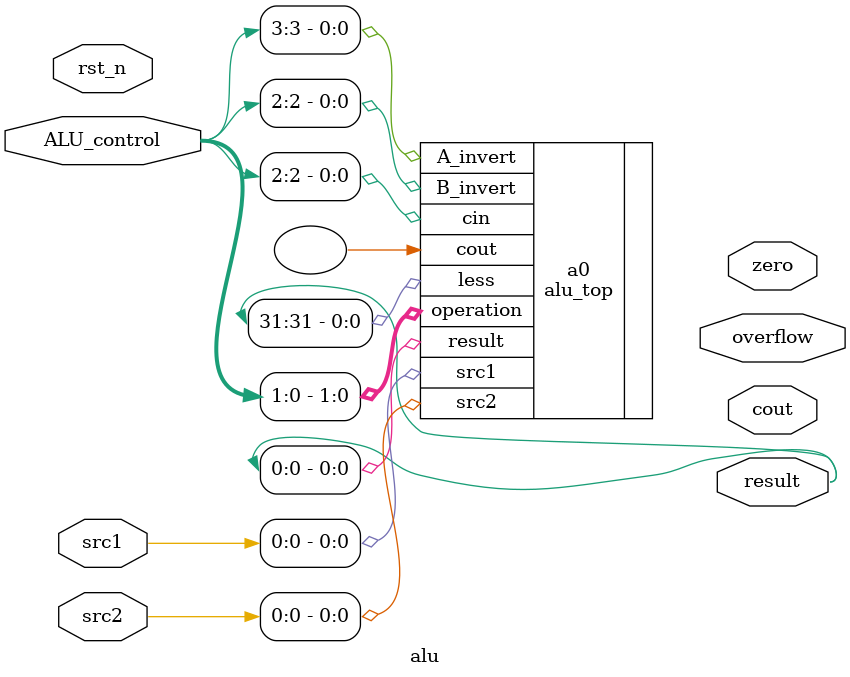
<source format=v>
`timescale 1ns/1ps


module alu(
           rst_n,         // negative reset            (input)
           src1,          // 32 bits source 1          (input)
           src2,          // 32 bits source 2          (input)
           ALU_control,   // 4 bits ALU control input  (input)
		 //bonus_control, // 3 bits bonus control input(input)
           result,        // 32 bits result            (output)
           zero,          // 1 bit when the output is 0, zero must be set (output)
           cout,          // 1 bit carry out           (output)
           overflow       // 1 bit overflow            (output)
           );


input           rst_n;
input  [32-1:0] src1;
input  [32-1:0] src2;
input   [4-1:0] ALU_control;
//input   [3-1:0] bonus_control;

output [32-1:0] result;
output          zero;
output          cout;
output          overflow;

reg    [32-1:0] result;
reg             zero;
reg             cout;
reg             overflow;

//design

alu_top a0(
  .src1(src1[0]),
  .src2(src2[0]),
  .less(result[31]),
  .A_invert(ALU_control[3]),
  .B_invert(ALU_control[2]),
  .cin(ALU_control[2]),
  .operation(ALU_control[2-1:0]),
  .result(result[0]),
  .cout()
);

endmodule

</source>
